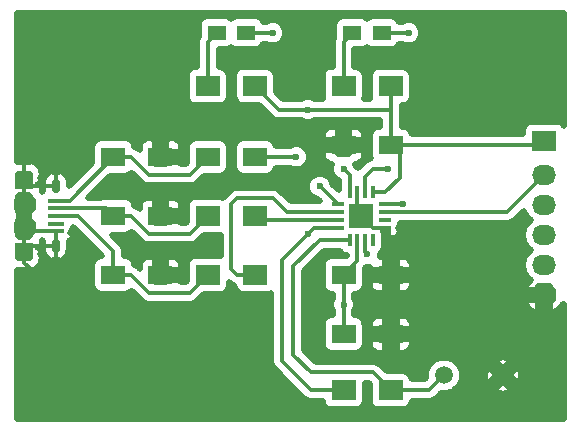
<source format=gbr>
G04 #@! TF.FileFunction,Copper,L1,Top,Signal*
%FSLAX46Y46*%
G04 Gerber Fmt 4.6, Leading zero omitted, Abs format (unit mm)*
G04 Created by KiCad (PCBNEW 4.0.6) date 03/10/17 18:33:18*
%MOMM*%
%LPD*%
G01*
G04 APERTURE LIST*
%ADD10C,0.150000*%
%ADD11R,2.000000X1.600000*%
%ADD12R,1.500000X1.250000*%
%ADD13R,1.550000X1.500000*%
%ADD14R,1.350000X0.400000*%
%ADD15O,1.550000X0.750000*%
%ADD16O,0.750000X1.250000*%
%ADD17R,1.550000X1.200000*%
%ADD18R,2.032000X1.727200*%
%ADD19O,2.032000X1.727200*%
%ADD20R,2.000000X1.700000*%
%ADD21C,1.500000*%
%ADD22R,0.300000X1.120000*%
%ADD23R,1.120000X0.300000*%
%ADD24R,2.150000X2.150000*%
%ADD25C,0.600000*%
%ADD26C,0.300000*%
%ADD27C,0.508000*%
G04 APERTURE END LIST*
D10*
D11*
X146750000Y-74250000D03*
X150750000Y-74250000D03*
X146750000Y-79250000D03*
X150750000Y-79250000D03*
X146750000Y-84250000D03*
X150750000Y-84250000D03*
X166250000Y-84250000D03*
X170250000Y-84250000D03*
X166250000Y-89250000D03*
X170250000Y-89250000D03*
X170250000Y-73250000D03*
X166250000Y-73250000D03*
D12*
X158000000Y-63750000D03*
X155500000Y-63750000D03*
X169500000Y-63750000D03*
X167000000Y-63750000D03*
D13*
X139200000Y-78250000D03*
X139200000Y-80250000D03*
D14*
X141900000Y-77950000D03*
X141900000Y-78600000D03*
X141900000Y-79250000D03*
X141900000Y-79900000D03*
X141900000Y-80550000D03*
D15*
X139200000Y-75750000D03*
X139200000Y-82750000D03*
D16*
X141900000Y-76750000D03*
X141900000Y-81750000D03*
D17*
X139200000Y-76350000D03*
X139200000Y-82150000D03*
D11*
X158750000Y-74250000D03*
X154750000Y-74250000D03*
D18*
X183250000Y-72900000D03*
D19*
X183250000Y-75790000D03*
X183250000Y-78330000D03*
X183250000Y-80870000D03*
X183250000Y-83410000D03*
X183250000Y-85950000D03*
D20*
X154750000Y-79250000D03*
X158750000Y-79250000D03*
X158750000Y-84250000D03*
X154750000Y-84250000D03*
X166250000Y-94000000D03*
X170250000Y-94000000D03*
X166250000Y-68250000D03*
X170250000Y-68250000D03*
X158750000Y-68250000D03*
X154750000Y-68250000D03*
D21*
X174750000Y-92750000D03*
X179750000Y-92750000D03*
D22*
X168725000Y-77240000D03*
X168075000Y-77240000D03*
X167425000Y-77240000D03*
X166775000Y-77240000D03*
D23*
X165740000Y-78275000D03*
X165740000Y-78925000D03*
X165740000Y-79575000D03*
X165740000Y-80225000D03*
D22*
X166775000Y-81260000D03*
X167425000Y-81260000D03*
X168075000Y-81260000D03*
X168725000Y-81260000D03*
D23*
X169760000Y-80225000D03*
X169760000Y-79575000D03*
X169760000Y-78925000D03*
X169760000Y-78275000D03*
D24*
X167750000Y-79250000D03*
D25*
X140000000Y-74000000D03*
X142000000Y-74000000D03*
X140000000Y-84000000D03*
X142000000Y-84000000D03*
X152750000Y-74250000D03*
X152750000Y-79250000D03*
X152750000Y-84250000D03*
X168250000Y-84250000D03*
X168250000Y-73250000D03*
X167750000Y-79250000D03*
X166250000Y-86750000D03*
X162250000Y-74250000D03*
X163250000Y-80750000D03*
X163250000Y-70250000D03*
X164250000Y-76750000D03*
X160250000Y-63750000D03*
X168250000Y-82500000D03*
X171750000Y-63750000D03*
X170000000Y-75250000D03*
X171250000Y-78250000D03*
X166250000Y-75250000D03*
D26*
X146750000Y-74250000D02*
X148250000Y-74250000D01*
X153250000Y-75750000D02*
X154750000Y-74250000D01*
X149750000Y-75750000D02*
X153250000Y-75750000D01*
X148250000Y-74250000D02*
X149750000Y-75750000D01*
X141900000Y-77950000D02*
X143050000Y-77950000D01*
X143050000Y-77950000D02*
X146750000Y-74250000D01*
X141900000Y-81750000D02*
X139600000Y-81750000D01*
X139600000Y-81750000D02*
X139200000Y-82150000D01*
X139200000Y-75750000D02*
X139200000Y-74800000D01*
X139200000Y-74800000D02*
X140000000Y-74000000D01*
X141900000Y-76750000D02*
X141900000Y-74100000D01*
X141900000Y-74100000D02*
X142000000Y-74000000D01*
X139200000Y-82750000D02*
X139200000Y-83200000D01*
X139200000Y-83200000D02*
X140000000Y-84000000D01*
X141900000Y-81750000D02*
X141900000Y-83900000D01*
X141900000Y-83900000D02*
X142000000Y-84000000D01*
X141900000Y-76750000D02*
X139600000Y-76750000D01*
X139600000Y-76750000D02*
X139200000Y-76350000D01*
X141900000Y-80550000D02*
X139500000Y-80550000D01*
X139500000Y-80550000D02*
X139200000Y-80250000D01*
X139200000Y-82150000D02*
X139200000Y-82750000D01*
X139200000Y-82150000D02*
X139200000Y-80250000D01*
X139200000Y-80250000D02*
X139200000Y-78250000D01*
X139200000Y-78250000D02*
X139200000Y-76350000D01*
X139200000Y-76350000D02*
X139200000Y-75750000D01*
X141900000Y-80550000D02*
X141900000Y-81750000D01*
X150750000Y-74250000D02*
X152750000Y-74250000D01*
X150750000Y-79250000D02*
X152750000Y-79250000D01*
X150750000Y-84250000D02*
X152750000Y-84250000D01*
X170250000Y-84250000D02*
X168250000Y-84250000D01*
X166250000Y-73250000D02*
X168250000Y-73250000D01*
X169760000Y-80225000D02*
X168725000Y-80225000D01*
X168725000Y-80225000D02*
X167750000Y-79250000D01*
X167425000Y-77240000D02*
X167425000Y-78925000D01*
X167425000Y-78925000D02*
X167750000Y-79250000D01*
X146750000Y-79250000D02*
X148250000Y-79250000D01*
X153250000Y-80750000D02*
X154750000Y-79250000D01*
X149750000Y-80750000D02*
X153250000Y-80750000D01*
X148250000Y-79250000D02*
X149750000Y-80750000D01*
X141900000Y-78600000D02*
X146100000Y-78600000D01*
X146100000Y-78600000D02*
X146750000Y-79250000D01*
X146750000Y-84250000D02*
X148250000Y-84250000D01*
X153250000Y-85750000D02*
X154750000Y-84250000D01*
X149750000Y-85750000D02*
X153250000Y-85750000D01*
X148250000Y-84250000D02*
X149750000Y-85750000D01*
X141900000Y-79250000D02*
X143750000Y-79250000D01*
X146750000Y-82250000D02*
X146750000Y-84250000D01*
X143750000Y-79250000D02*
X146750000Y-82250000D01*
X158750000Y-74250000D02*
X162250000Y-74250000D01*
X167425000Y-81260000D02*
X167425000Y-83075000D01*
X167425000Y-83075000D02*
X166250000Y-84250000D01*
X166250000Y-89250000D02*
X166250000Y-86750000D01*
X166250000Y-86750000D02*
X166250000Y-84250000D01*
X168725000Y-77240000D02*
X169760000Y-77240000D01*
X171000000Y-76000000D02*
X171000000Y-74000000D01*
X169760000Y-77240000D02*
X171000000Y-76000000D01*
X171000000Y-74000000D02*
X170250000Y-73250000D01*
X163500000Y-80500000D02*
X161000000Y-83000000D01*
X163500000Y-94000000D02*
X166250000Y-94000000D01*
X161000000Y-91500000D02*
X163500000Y-94000000D01*
X161000000Y-83000000D02*
X161000000Y-91500000D01*
X165740000Y-80225000D02*
X163775000Y-80225000D01*
X163775000Y-80225000D02*
X163500000Y-80500000D01*
X163500000Y-80500000D02*
X163250000Y-80750000D01*
X170250000Y-73250000D02*
X182900000Y-73250000D01*
X182900000Y-73250000D02*
X183250000Y-72900000D01*
X170250000Y-70250000D02*
X163250000Y-70250000D01*
X163250000Y-70250000D02*
X160750000Y-70250000D01*
X160750000Y-70250000D02*
X158750000Y-68250000D01*
X170250000Y-73250000D02*
X170250000Y-70250000D01*
X170250000Y-70250000D02*
X170250000Y-68250000D01*
X158000000Y-63750000D02*
X160250000Y-63750000D01*
X164250000Y-76750000D02*
X165740000Y-78240000D01*
X165740000Y-78240000D02*
X165740000Y-78275000D01*
X154750000Y-68250000D02*
X154750000Y-64500000D01*
X154750000Y-64500000D02*
X155500000Y-63750000D01*
X169500000Y-63750000D02*
X171750000Y-63750000D01*
X168075000Y-82325000D02*
X168075000Y-81260000D01*
X168250000Y-82500000D02*
X168075000Y-82325000D01*
X166250000Y-68250000D02*
X166250000Y-64500000D01*
X166250000Y-64500000D02*
X167000000Y-63750000D01*
X169760000Y-78925000D02*
X180115000Y-78925000D01*
X180115000Y-78925000D02*
X183250000Y-75790000D01*
X168075000Y-77240000D02*
X168075000Y-75925000D01*
X168750000Y-75250000D02*
X170000000Y-75250000D01*
X168075000Y-75925000D02*
X168750000Y-75250000D01*
X169760000Y-78275000D02*
X171225000Y-78275000D01*
X171225000Y-78275000D02*
X171250000Y-78250000D01*
X166775000Y-77240000D02*
X166775000Y-75775000D01*
X166775000Y-75775000D02*
X166250000Y-75250000D01*
X165740000Y-79575000D02*
X159075000Y-79575000D01*
X159075000Y-79575000D02*
X158750000Y-79250000D01*
X165740000Y-78925000D02*
X161425000Y-78925000D01*
X157250000Y-84250000D02*
X156750000Y-83750000D01*
X156750000Y-83750000D02*
X156750000Y-78250000D01*
X156750000Y-78250000D02*
X157250000Y-77750000D01*
X157250000Y-77750000D02*
X160250000Y-77750000D01*
X157250000Y-84250000D02*
X158750000Y-84250000D01*
X161425000Y-78925000D02*
X160250000Y-77750000D01*
X166775000Y-81260000D02*
X164240000Y-81260000D01*
X168750000Y-92500000D02*
X170250000Y-94000000D01*
X163500000Y-92500000D02*
X168750000Y-92500000D01*
X162000000Y-91000000D02*
X163500000Y-92500000D01*
X162000000Y-83500000D02*
X162000000Y-91000000D01*
X164240000Y-81260000D02*
X162000000Y-83500000D01*
X170250000Y-94000000D02*
X173500000Y-94000000D01*
X173500000Y-94000000D02*
X174750000Y-92750000D01*
D27*
G36*
X181560908Y-78952090D02*
X181913294Y-79479473D01*
X182093675Y-79600000D01*
X181913294Y-79720527D01*
X181560908Y-80247910D01*
X181437167Y-80870000D01*
X181560908Y-81492090D01*
X181913294Y-82019473D01*
X182093675Y-82140000D01*
X181913294Y-82260527D01*
X181560908Y-82787910D01*
X181437167Y-83410000D01*
X181560908Y-84032090D01*
X181913294Y-84559473D01*
X182124424Y-84700545D01*
X181974559Y-84797940D01*
X181617240Y-85278352D01*
X181729002Y-85518200D01*
X182742000Y-85518200D01*
X182742000Y-85184000D01*
X183758000Y-85184000D01*
X183758000Y-85518200D01*
X184016000Y-85518200D01*
X184016000Y-86381800D01*
X183758000Y-86381800D01*
X183758000Y-87328580D01*
X183999080Y-87444134D01*
X184525441Y-87102060D01*
X184827457Y-86696002D01*
X184913000Y-86696002D01*
X184913000Y-96413000D01*
X138587000Y-96413000D01*
X138587000Y-83860250D01*
X138634147Y-83877058D01*
X138699177Y-83812000D01*
X139700823Y-83812000D01*
X139765853Y-83877058D01*
X140184535Y-83727797D01*
X140514227Y-83429675D01*
X140678295Y-83110622D01*
X140659405Y-83088901D01*
X140737000Y-82901571D01*
X140737000Y-82640500D01*
X140588795Y-82492295D01*
X140678295Y-82389378D01*
X140514227Y-82070325D01*
X140270570Y-81850000D01*
X140546500Y-81850000D01*
X140737000Y-81659500D01*
X140737000Y-81398429D01*
X140695423Y-81298053D01*
X140793362Y-81395992D01*
X140838000Y-81414482D01*
X140838000Y-82175000D01*
X140841001Y-82190088D01*
X140795284Y-82238249D01*
X140897537Y-82474313D01*
X140897907Y-82476172D01*
X140899145Y-82478024D01*
X140970549Y-82642870D01*
X141287315Y-82949620D01*
X141539378Y-83078295D01*
X141673106Y-82962000D01*
X142126894Y-82962000D01*
X142260622Y-83078295D01*
X142512685Y-82949620D01*
X142829451Y-82642870D01*
X142900855Y-82478024D01*
X142902093Y-82476172D01*
X142902463Y-82474313D01*
X143004716Y-82238249D01*
X142958999Y-82190088D01*
X142962000Y-82175000D01*
X142962000Y-81414482D01*
X143006638Y-81395992D01*
X143220992Y-81181638D01*
X143337000Y-80901571D01*
X143337000Y-80840500D01*
X143146500Y-80650000D01*
X143121449Y-80650000D01*
X143290717Y-80402269D01*
X143315217Y-80281283D01*
X143337000Y-80259500D01*
X143337000Y-80198429D01*
X143333639Y-80190315D01*
X143339373Y-80162000D01*
X143372238Y-80162000D01*
X145838000Y-82627763D01*
X145838000Y-82673072D01*
X145750000Y-82673072D01*
X145467620Y-82726205D01*
X145208271Y-82893092D01*
X145034283Y-83147731D01*
X144973072Y-83450000D01*
X144973072Y-85050000D01*
X145026205Y-85332380D01*
X145193092Y-85591729D01*
X145447731Y-85765717D01*
X145750000Y-85826928D01*
X147750000Y-85826928D01*
X148032380Y-85773795D01*
X148291729Y-85606908D01*
X148302046Y-85591809D01*
X149105118Y-86394881D01*
X149400992Y-86592578D01*
X149458896Y-86604096D01*
X149750000Y-86662000D01*
X153250000Y-86662000D01*
X153599007Y-86592578D01*
X153894881Y-86394881D01*
X154412834Y-85876928D01*
X155750000Y-85876928D01*
X156032380Y-85823795D01*
X156291729Y-85656908D01*
X156465717Y-85402269D01*
X156526928Y-85100000D01*
X156526928Y-84816691D01*
X156605119Y-84894882D01*
X156900993Y-85092578D01*
X156974424Y-85107184D01*
X157026205Y-85382380D01*
X157193092Y-85641729D01*
X157447731Y-85815717D01*
X157750000Y-85876928D01*
X159750000Y-85876928D01*
X160032380Y-85823795D01*
X160088000Y-85788004D01*
X160088000Y-91500000D01*
X160155233Y-91838001D01*
X160157422Y-91849007D01*
X160355119Y-92144881D01*
X162855119Y-94644881D01*
X163150993Y-94842578D01*
X163500000Y-94912000D01*
X164484738Y-94912000D01*
X164526205Y-95132380D01*
X164693092Y-95391729D01*
X164947731Y-95565717D01*
X165250000Y-95626928D01*
X167250000Y-95626928D01*
X167532380Y-95573795D01*
X167791729Y-95406908D01*
X167965717Y-95152269D01*
X168026928Y-94850000D01*
X168026928Y-93412000D01*
X168372238Y-93412000D01*
X168473072Y-93512834D01*
X168473072Y-94850000D01*
X168526205Y-95132380D01*
X168693092Y-95391729D01*
X168947731Y-95565717D01*
X169250000Y-95626928D01*
X171250000Y-95626928D01*
X171532380Y-95573795D01*
X171791729Y-95406908D01*
X171965717Y-95152269D01*
X172014373Y-94912000D01*
X173500000Y-94912000D01*
X173849007Y-94842578D01*
X174144881Y-94644881D01*
X174527955Y-94261807D01*
X175049436Y-94262262D01*
X175605360Y-94032559D01*
X175705076Y-93933017D01*
X179097313Y-93933017D01*
X179174456Y-94180156D01*
X179765564Y-94291543D01*
X180325544Y-94180156D01*
X180402687Y-93933017D01*
X179750000Y-93280330D01*
X179097313Y-93933017D01*
X175705076Y-93933017D01*
X176031064Y-93607598D01*
X176261737Y-93052075D01*
X176261987Y-92765564D01*
X178208457Y-92765564D01*
X178319844Y-93325544D01*
X178566983Y-93402687D01*
X179219670Y-92750000D01*
X180280330Y-92750000D01*
X180933017Y-93402687D01*
X181180156Y-93325544D01*
X181291543Y-92734436D01*
X181180156Y-92174456D01*
X180933017Y-92097313D01*
X180280330Y-92750000D01*
X179219670Y-92750000D01*
X178566983Y-92097313D01*
X178319844Y-92174456D01*
X178208457Y-92765564D01*
X176261987Y-92765564D01*
X176262262Y-92450564D01*
X176032559Y-91894640D01*
X175705474Y-91566983D01*
X179097313Y-91566983D01*
X179750000Y-92219670D01*
X180402687Y-91566983D01*
X180325544Y-91319844D01*
X179734436Y-91208457D01*
X179174456Y-91319844D01*
X179097313Y-91566983D01*
X175705474Y-91566983D01*
X175607598Y-91468936D01*
X175052075Y-91238263D01*
X174450564Y-91237738D01*
X173894640Y-91467441D01*
X173468936Y-91892402D01*
X173238263Y-92447925D01*
X173237805Y-92972433D01*
X173122238Y-93088000D01*
X172015262Y-93088000D01*
X171973795Y-92867620D01*
X171806908Y-92608271D01*
X171552269Y-92434283D01*
X171250000Y-92373072D01*
X169912834Y-92373072D01*
X169394881Y-91855119D01*
X169099007Y-91657422D01*
X168750000Y-91588000D01*
X163877763Y-91588000D01*
X162912000Y-90622238D01*
X162912000Y-83877762D01*
X164617763Y-82172000D01*
X165946004Y-82172000D01*
X166068092Y-82361729D01*
X166322731Y-82535717D01*
X166513000Y-82574247D01*
X166513000Y-82673072D01*
X165250000Y-82673072D01*
X164967620Y-82726205D01*
X164708271Y-82893092D01*
X164534283Y-83147731D01*
X164473072Y-83450000D01*
X164473072Y-85050000D01*
X164526205Y-85332380D01*
X164693092Y-85591729D01*
X164947731Y-85765717D01*
X165250000Y-85826928D01*
X165338000Y-85826928D01*
X165338000Y-86177033D01*
X165188185Y-86537828D01*
X165187816Y-86960318D01*
X165338000Y-87323792D01*
X165338000Y-87673072D01*
X165250000Y-87673072D01*
X164967620Y-87726205D01*
X164708271Y-87893092D01*
X164534283Y-88147731D01*
X164473072Y-88450000D01*
X164473072Y-90050000D01*
X164526205Y-90332380D01*
X164693092Y-90591729D01*
X164947731Y-90765717D01*
X165250000Y-90826928D01*
X167250000Y-90826928D01*
X167532380Y-90773795D01*
X167791729Y-90606908D01*
X167965717Y-90352269D01*
X168026928Y-90050000D01*
X168026928Y-89840500D01*
X168488000Y-89840500D01*
X168488000Y-90201571D01*
X168604008Y-90481638D01*
X168818362Y-90695992D01*
X169098429Y-90812000D01*
X169559500Y-90812000D01*
X169750000Y-90621500D01*
X169750000Y-89650000D01*
X170750000Y-89650000D01*
X170750000Y-90621500D01*
X170940500Y-90812000D01*
X171401571Y-90812000D01*
X171681638Y-90695992D01*
X171895992Y-90481638D01*
X172012000Y-90201571D01*
X172012000Y-89840500D01*
X171821500Y-89650000D01*
X170750000Y-89650000D01*
X169750000Y-89650000D01*
X168678500Y-89650000D01*
X168488000Y-89840500D01*
X168026928Y-89840500D01*
X168026928Y-88450000D01*
X167998409Y-88298429D01*
X168488000Y-88298429D01*
X168488000Y-88659500D01*
X168678500Y-88850000D01*
X169750000Y-88850000D01*
X169750000Y-87878500D01*
X170750000Y-87878500D01*
X170750000Y-88850000D01*
X171821500Y-88850000D01*
X172012000Y-88659500D01*
X172012000Y-88298429D01*
X171895992Y-88018362D01*
X171681638Y-87804008D01*
X171401571Y-87688000D01*
X170940500Y-87688000D01*
X170750000Y-87878500D01*
X169750000Y-87878500D01*
X169559500Y-87688000D01*
X169098429Y-87688000D01*
X168818362Y-87804008D01*
X168604008Y-88018362D01*
X168488000Y-88298429D01*
X167998409Y-88298429D01*
X167973795Y-88167620D01*
X167806908Y-87908271D01*
X167552269Y-87734283D01*
X167250000Y-87673072D01*
X167162000Y-87673072D01*
X167162000Y-87322967D01*
X167311815Y-86962172D01*
X167312112Y-86621648D01*
X181617240Y-86621648D01*
X181974559Y-87102060D01*
X182500920Y-87444134D01*
X182742000Y-87328580D01*
X182742000Y-86381800D01*
X181729002Y-86381800D01*
X181617240Y-86621648D01*
X167312112Y-86621648D01*
X167312184Y-86539682D01*
X167162000Y-86176208D01*
X167162000Y-85826928D01*
X167250000Y-85826928D01*
X167532380Y-85773795D01*
X167791729Y-85606908D01*
X167965717Y-85352269D01*
X168026928Y-85050000D01*
X168026928Y-84840500D01*
X168488000Y-84840500D01*
X168488000Y-85201571D01*
X168604008Y-85481638D01*
X168818362Y-85695992D01*
X169098429Y-85812000D01*
X169559500Y-85812000D01*
X169750000Y-85621500D01*
X169750000Y-84650000D01*
X170750000Y-84650000D01*
X170750000Y-85621500D01*
X170940500Y-85812000D01*
X171401571Y-85812000D01*
X171681638Y-85695992D01*
X171895992Y-85481638D01*
X172012000Y-85201571D01*
X172012000Y-84840500D01*
X171821500Y-84650000D01*
X170750000Y-84650000D01*
X169750000Y-84650000D01*
X168678500Y-84650000D01*
X168488000Y-84840500D01*
X168026928Y-84840500D01*
X168026928Y-83762834D01*
X168069881Y-83719881D01*
X168175417Y-83561935D01*
X168460318Y-83562184D01*
X168488000Y-83550746D01*
X168488000Y-83659500D01*
X168678500Y-83850000D01*
X169750000Y-83850000D01*
X169750000Y-82878500D01*
X170750000Y-82878500D01*
X170750000Y-83850000D01*
X171821500Y-83850000D01*
X172012000Y-83659500D01*
X172012000Y-83298429D01*
X171895992Y-83018362D01*
X171681638Y-82804008D01*
X171401571Y-82688000D01*
X170940500Y-82688000D01*
X170750000Y-82878500D01*
X169750000Y-82878500D01*
X169559500Y-82688000D01*
X169311836Y-82688000D01*
X169312049Y-82444268D01*
X169416729Y-82376908D01*
X169590717Y-82122269D01*
X169651928Y-81820000D01*
X169651928Y-80700000D01*
X169614659Y-80501928D01*
X170040000Y-80501928D01*
X170040000Y-80946500D01*
X170230500Y-81137000D01*
X170471571Y-81137000D01*
X170751638Y-81020992D01*
X170965992Y-80806638D01*
X171082000Y-80526571D01*
X171082000Y-80490500D01*
X170891500Y-80300000D01*
X170833613Y-80300000D01*
X170861729Y-80281908D01*
X171035717Y-80027269D01*
X171041173Y-80000327D01*
X171082000Y-79959500D01*
X171082000Y-79923429D01*
X171065038Y-79882479D01*
X171074247Y-79837000D01*
X180115000Y-79837000D01*
X180464007Y-79767578D01*
X180759881Y-79569881D01*
X181530507Y-78799255D01*
X181560908Y-78952090D01*
X181560908Y-78952090D01*
G37*
X181560908Y-78952090D02*
X181913294Y-79479473D01*
X182093675Y-79600000D01*
X181913294Y-79720527D01*
X181560908Y-80247910D01*
X181437167Y-80870000D01*
X181560908Y-81492090D01*
X181913294Y-82019473D01*
X182093675Y-82140000D01*
X181913294Y-82260527D01*
X181560908Y-82787910D01*
X181437167Y-83410000D01*
X181560908Y-84032090D01*
X181913294Y-84559473D01*
X182124424Y-84700545D01*
X181974559Y-84797940D01*
X181617240Y-85278352D01*
X181729002Y-85518200D01*
X182742000Y-85518200D01*
X182742000Y-85184000D01*
X183758000Y-85184000D01*
X183758000Y-85518200D01*
X184016000Y-85518200D01*
X184016000Y-86381800D01*
X183758000Y-86381800D01*
X183758000Y-87328580D01*
X183999080Y-87444134D01*
X184525441Y-87102060D01*
X184827457Y-86696002D01*
X184913000Y-86696002D01*
X184913000Y-96413000D01*
X138587000Y-96413000D01*
X138587000Y-83860250D01*
X138634147Y-83877058D01*
X138699177Y-83812000D01*
X139700823Y-83812000D01*
X139765853Y-83877058D01*
X140184535Y-83727797D01*
X140514227Y-83429675D01*
X140678295Y-83110622D01*
X140659405Y-83088901D01*
X140737000Y-82901571D01*
X140737000Y-82640500D01*
X140588795Y-82492295D01*
X140678295Y-82389378D01*
X140514227Y-82070325D01*
X140270570Y-81850000D01*
X140546500Y-81850000D01*
X140737000Y-81659500D01*
X140737000Y-81398429D01*
X140695423Y-81298053D01*
X140793362Y-81395992D01*
X140838000Y-81414482D01*
X140838000Y-82175000D01*
X140841001Y-82190088D01*
X140795284Y-82238249D01*
X140897537Y-82474313D01*
X140897907Y-82476172D01*
X140899145Y-82478024D01*
X140970549Y-82642870D01*
X141287315Y-82949620D01*
X141539378Y-83078295D01*
X141673106Y-82962000D01*
X142126894Y-82962000D01*
X142260622Y-83078295D01*
X142512685Y-82949620D01*
X142829451Y-82642870D01*
X142900855Y-82478024D01*
X142902093Y-82476172D01*
X142902463Y-82474313D01*
X143004716Y-82238249D01*
X142958999Y-82190088D01*
X142962000Y-82175000D01*
X142962000Y-81414482D01*
X143006638Y-81395992D01*
X143220992Y-81181638D01*
X143337000Y-80901571D01*
X143337000Y-80840500D01*
X143146500Y-80650000D01*
X143121449Y-80650000D01*
X143290717Y-80402269D01*
X143315217Y-80281283D01*
X143337000Y-80259500D01*
X143337000Y-80198429D01*
X143333639Y-80190315D01*
X143339373Y-80162000D01*
X143372238Y-80162000D01*
X145838000Y-82627763D01*
X145838000Y-82673072D01*
X145750000Y-82673072D01*
X145467620Y-82726205D01*
X145208271Y-82893092D01*
X145034283Y-83147731D01*
X144973072Y-83450000D01*
X144973072Y-85050000D01*
X145026205Y-85332380D01*
X145193092Y-85591729D01*
X145447731Y-85765717D01*
X145750000Y-85826928D01*
X147750000Y-85826928D01*
X148032380Y-85773795D01*
X148291729Y-85606908D01*
X148302046Y-85591809D01*
X149105118Y-86394881D01*
X149400992Y-86592578D01*
X149458896Y-86604096D01*
X149750000Y-86662000D01*
X153250000Y-86662000D01*
X153599007Y-86592578D01*
X153894881Y-86394881D01*
X154412834Y-85876928D01*
X155750000Y-85876928D01*
X156032380Y-85823795D01*
X156291729Y-85656908D01*
X156465717Y-85402269D01*
X156526928Y-85100000D01*
X156526928Y-84816691D01*
X156605119Y-84894882D01*
X156900993Y-85092578D01*
X156974424Y-85107184D01*
X157026205Y-85382380D01*
X157193092Y-85641729D01*
X157447731Y-85815717D01*
X157750000Y-85876928D01*
X159750000Y-85876928D01*
X160032380Y-85823795D01*
X160088000Y-85788004D01*
X160088000Y-91500000D01*
X160155233Y-91838001D01*
X160157422Y-91849007D01*
X160355119Y-92144881D01*
X162855119Y-94644881D01*
X163150993Y-94842578D01*
X163500000Y-94912000D01*
X164484738Y-94912000D01*
X164526205Y-95132380D01*
X164693092Y-95391729D01*
X164947731Y-95565717D01*
X165250000Y-95626928D01*
X167250000Y-95626928D01*
X167532380Y-95573795D01*
X167791729Y-95406908D01*
X167965717Y-95152269D01*
X168026928Y-94850000D01*
X168026928Y-93412000D01*
X168372238Y-93412000D01*
X168473072Y-93512834D01*
X168473072Y-94850000D01*
X168526205Y-95132380D01*
X168693092Y-95391729D01*
X168947731Y-95565717D01*
X169250000Y-95626928D01*
X171250000Y-95626928D01*
X171532380Y-95573795D01*
X171791729Y-95406908D01*
X171965717Y-95152269D01*
X172014373Y-94912000D01*
X173500000Y-94912000D01*
X173849007Y-94842578D01*
X174144881Y-94644881D01*
X174527955Y-94261807D01*
X175049436Y-94262262D01*
X175605360Y-94032559D01*
X175705076Y-93933017D01*
X179097313Y-93933017D01*
X179174456Y-94180156D01*
X179765564Y-94291543D01*
X180325544Y-94180156D01*
X180402687Y-93933017D01*
X179750000Y-93280330D01*
X179097313Y-93933017D01*
X175705076Y-93933017D01*
X176031064Y-93607598D01*
X176261737Y-93052075D01*
X176261987Y-92765564D01*
X178208457Y-92765564D01*
X178319844Y-93325544D01*
X178566983Y-93402687D01*
X179219670Y-92750000D01*
X180280330Y-92750000D01*
X180933017Y-93402687D01*
X181180156Y-93325544D01*
X181291543Y-92734436D01*
X181180156Y-92174456D01*
X180933017Y-92097313D01*
X180280330Y-92750000D01*
X179219670Y-92750000D01*
X178566983Y-92097313D01*
X178319844Y-92174456D01*
X178208457Y-92765564D01*
X176261987Y-92765564D01*
X176262262Y-92450564D01*
X176032559Y-91894640D01*
X175705474Y-91566983D01*
X179097313Y-91566983D01*
X179750000Y-92219670D01*
X180402687Y-91566983D01*
X180325544Y-91319844D01*
X179734436Y-91208457D01*
X179174456Y-91319844D01*
X179097313Y-91566983D01*
X175705474Y-91566983D01*
X175607598Y-91468936D01*
X175052075Y-91238263D01*
X174450564Y-91237738D01*
X173894640Y-91467441D01*
X173468936Y-91892402D01*
X173238263Y-92447925D01*
X173237805Y-92972433D01*
X173122238Y-93088000D01*
X172015262Y-93088000D01*
X171973795Y-92867620D01*
X171806908Y-92608271D01*
X171552269Y-92434283D01*
X171250000Y-92373072D01*
X169912834Y-92373072D01*
X169394881Y-91855119D01*
X169099007Y-91657422D01*
X168750000Y-91588000D01*
X163877763Y-91588000D01*
X162912000Y-90622238D01*
X162912000Y-83877762D01*
X164617763Y-82172000D01*
X165946004Y-82172000D01*
X166068092Y-82361729D01*
X166322731Y-82535717D01*
X166513000Y-82574247D01*
X166513000Y-82673072D01*
X165250000Y-82673072D01*
X164967620Y-82726205D01*
X164708271Y-82893092D01*
X164534283Y-83147731D01*
X164473072Y-83450000D01*
X164473072Y-85050000D01*
X164526205Y-85332380D01*
X164693092Y-85591729D01*
X164947731Y-85765717D01*
X165250000Y-85826928D01*
X165338000Y-85826928D01*
X165338000Y-86177033D01*
X165188185Y-86537828D01*
X165187816Y-86960318D01*
X165338000Y-87323792D01*
X165338000Y-87673072D01*
X165250000Y-87673072D01*
X164967620Y-87726205D01*
X164708271Y-87893092D01*
X164534283Y-88147731D01*
X164473072Y-88450000D01*
X164473072Y-90050000D01*
X164526205Y-90332380D01*
X164693092Y-90591729D01*
X164947731Y-90765717D01*
X165250000Y-90826928D01*
X167250000Y-90826928D01*
X167532380Y-90773795D01*
X167791729Y-90606908D01*
X167965717Y-90352269D01*
X168026928Y-90050000D01*
X168026928Y-89840500D01*
X168488000Y-89840500D01*
X168488000Y-90201571D01*
X168604008Y-90481638D01*
X168818362Y-90695992D01*
X169098429Y-90812000D01*
X169559500Y-90812000D01*
X169750000Y-90621500D01*
X169750000Y-89650000D01*
X170750000Y-89650000D01*
X170750000Y-90621500D01*
X170940500Y-90812000D01*
X171401571Y-90812000D01*
X171681638Y-90695992D01*
X171895992Y-90481638D01*
X172012000Y-90201571D01*
X172012000Y-89840500D01*
X171821500Y-89650000D01*
X170750000Y-89650000D01*
X169750000Y-89650000D01*
X168678500Y-89650000D01*
X168488000Y-89840500D01*
X168026928Y-89840500D01*
X168026928Y-88450000D01*
X167998409Y-88298429D01*
X168488000Y-88298429D01*
X168488000Y-88659500D01*
X168678500Y-88850000D01*
X169750000Y-88850000D01*
X169750000Y-87878500D01*
X170750000Y-87878500D01*
X170750000Y-88850000D01*
X171821500Y-88850000D01*
X172012000Y-88659500D01*
X172012000Y-88298429D01*
X171895992Y-88018362D01*
X171681638Y-87804008D01*
X171401571Y-87688000D01*
X170940500Y-87688000D01*
X170750000Y-87878500D01*
X169750000Y-87878500D01*
X169559500Y-87688000D01*
X169098429Y-87688000D01*
X168818362Y-87804008D01*
X168604008Y-88018362D01*
X168488000Y-88298429D01*
X167998409Y-88298429D01*
X167973795Y-88167620D01*
X167806908Y-87908271D01*
X167552269Y-87734283D01*
X167250000Y-87673072D01*
X167162000Y-87673072D01*
X167162000Y-87322967D01*
X167311815Y-86962172D01*
X167312112Y-86621648D01*
X181617240Y-86621648D01*
X181974559Y-87102060D01*
X182500920Y-87444134D01*
X182742000Y-87328580D01*
X182742000Y-86381800D01*
X181729002Y-86381800D01*
X181617240Y-86621648D01*
X167312112Y-86621648D01*
X167312184Y-86539682D01*
X167162000Y-86176208D01*
X167162000Y-85826928D01*
X167250000Y-85826928D01*
X167532380Y-85773795D01*
X167791729Y-85606908D01*
X167965717Y-85352269D01*
X168026928Y-85050000D01*
X168026928Y-84840500D01*
X168488000Y-84840500D01*
X168488000Y-85201571D01*
X168604008Y-85481638D01*
X168818362Y-85695992D01*
X169098429Y-85812000D01*
X169559500Y-85812000D01*
X169750000Y-85621500D01*
X169750000Y-84650000D01*
X170750000Y-84650000D01*
X170750000Y-85621500D01*
X170940500Y-85812000D01*
X171401571Y-85812000D01*
X171681638Y-85695992D01*
X171895992Y-85481638D01*
X172012000Y-85201571D01*
X172012000Y-84840500D01*
X171821500Y-84650000D01*
X170750000Y-84650000D01*
X169750000Y-84650000D01*
X168678500Y-84650000D01*
X168488000Y-84840500D01*
X168026928Y-84840500D01*
X168026928Y-83762834D01*
X168069881Y-83719881D01*
X168175417Y-83561935D01*
X168460318Y-83562184D01*
X168488000Y-83550746D01*
X168488000Y-83659500D01*
X168678500Y-83850000D01*
X169750000Y-83850000D01*
X169750000Y-82878500D01*
X170750000Y-82878500D01*
X170750000Y-83850000D01*
X171821500Y-83850000D01*
X172012000Y-83659500D01*
X172012000Y-83298429D01*
X171895992Y-83018362D01*
X171681638Y-82804008D01*
X171401571Y-82688000D01*
X170940500Y-82688000D01*
X170750000Y-82878500D01*
X169750000Y-82878500D01*
X169559500Y-82688000D01*
X169311836Y-82688000D01*
X169312049Y-82444268D01*
X169416729Y-82376908D01*
X169590717Y-82122269D01*
X169651928Y-81820000D01*
X169651928Y-80700000D01*
X169614659Y-80501928D01*
X170040000Y-80501928D01*
X170040000Y-80946500D01*
X170230500Y-81137000D01*
X170471571Y-81137000D01*
X170751638Y-81020992D01*
X170965992Y-80806638D01*
X171082000Y-80526571D01*
X171082000Y-80490500D01*
X170891500Y-80300000D01*
X170833613Y-80300000D01*
X170861729Y-80281908D01*
X171035717Y-80027269D01*
X171041173Y-80000327D01*
X171082000Y-79959500D01*
X171082000Y-79923429D01*
X171065038Y-79882479D01*
X171074247Y-79837000D01*
X180115000Y-79837000D01*
X180464007Y-79767578D01*
X180759881Y-79569881D01*
X181530507Y-78799255D01*
X181560908Y-78952090D01*
G36*
X149105118Y-81394881D02*
X149400992Y-81592578D01*
X149439336Y-81600205D01*
X149750000Y-81662000D01*
X153250000Y-81662000D01*
X153599007Y-81592578D01*
X153894881Y-81394881D01*
X154412834Y-80876928D01*
X155750000Y-80876928D01*
X155838000Y-80860370D01*
X155838000Y-82640892D01*
X155750000Y-82623072D01*
X153750000Y-82623072D01*
X153467620Y-82676205D01*
X153208271Y-82843092D01*
X153034283Y-83097731D01*
X152973072Y-83400000D01*
X152973072Y-84737166D01*
X152872238Y-84838000D01*
X152509500Y-84838000D01*
X152321500Y-84650000D01*
X151250000Y-84650000D01*
X151250000Y-84838000D01*
X150250000Y-84838000D01*
X150250000Y-84650000D01*
X149984000Y-84650000D01*
X149984000Y-83850000D01*
X150250000Y-83850000D01*
X150250000Y-82878500D01*
X151250000Y-82878500D01*
X151250000Y-83850000D01*
X152321500Y-83850000D01*
X152512000Y-83659500D01*
X152512000Y-83298429D01*
X152395992Y-83018362D01*
X152181638Y-82804008D01*
X151901571Y-82688000D01*
X151440500Y-82688000D01*
X151250000Y-82878500D01*
X150250000Y-82878500D01*
X150059500Y-82688000D01*
X149598429Y-82688000D01*
X149318362Y-82804008D01*
X149104008Y-83018362D01*
X148988000Y-83298429D01*
X148988000Y-83698238D01*
X148894881Y-83605119D01*
X148599007Y-83407422D01*
X148561694Y-83400000D01*
X148515802Y-83390872D01*
X148473795Y-83167620D01*
X148306908Y-82908271D01*
X148052269Y-82734283D01*
X147750000Y-82673072D01*
X147662000Y-82673072D01*
X147662000Y-82250000D01*
X147592578Y-81900993D01*
X147590338Y-81897640D01*
X147394882Y-81605119D01*
X146616691Y-80826928D01*
X147750000Y-80826928D01*
X148032380Y-80773795D01*
X148291729Y-80606908D01*
X148302046Y-80591809D01*
X149105118Y-81394881D01*
X149105118Y-81394881D01*
G37*
X149105118Y-81394881D02*
X149400992Y-81592578D01*
X149439336Y-81600205D01*
X149750000Y-81662000D01*
X153250000Y-81662000D01*
X153599007Y-81592578D01*
X153894881Y-81394881D01*
X154412834Y-80876928D01*
X155750000Y-80876928D01*
X155838000Y-80860370D01*
X155838000Y-82640892D01*
X155750000Y-82623072D01*
X153750000Y-82623072D01*
X153467620Y-82676205D01*
X153208271Y-82843092D01*
X153034283Y-83097731D01*
X152973072Y-83400000D01*
X152973072Y-84737166D01*
X152872238Y-84838000D01*
X152509500Y-84838000D01*
X152321500Y-84650000D01*
X151250000Y-84650000D01*
X151250000Y-84838000D01*
X150250000Y-84838000D01*
X150250000Y-84650000D01*
X149984000Y-84650000D01*
X149984000Y-83850000D01*
X150250000Y-83850000D01*
X150250000Y-82878500D01*
X151250000Y-82878500D01*
X151250000Y-83850000D01*
X152321500Y-83850000D01*
X152512000Y-83659500D01*
X152512000Y-83298429D01*
X152395992Y-83018362D01*
X152181638Y-82804008D01*
X151901571Y-82688000D01*
X151440500Y-82688000D01*
X151250000Y-82878500D01*
X150250000Y-82878500D01*
X150059500Y-82688000D01*
X149598429Y-82688000D01*
X149318362Y-82804008D01*
X149104008Y-83018362D01*
X148988000Y-83298429D01*
X148988000Y-83698238D01*
X148894881Y-83605119D01*
X148599007Y-83407422D01*
X148561694Y-83400000D01*
X148515802Y-83390872D01*
X148473795Y-83167620D01*
X148306908Y-82908271D01*
X148052269Y-82734283D01*
X147750000Y-82673072D01*
X147662000Y-82673072D01*
X147662000Y-82250000D01*
X147592578Y-81900993D01*
X147590338Y-81897640D01*
X147394882Y-81605119D01*
X146616691Y-80826928D01*
X147750000Y-80826928D01*
X148032380Y-80773795D01*
X148291729Y-80606908D01*
X148302046Y-80591809D01*
X149105118Y-81394881D01*
G36*
X139587500Y-77875000D02*
X139966000Y-77875000D01*
X139966000Y-78625000D01*
X139587500Y-78625000D01*
X139587500Y-79875000D01*
X139966000Y-79875000D01*
X139966000Y-80625000D01*
X139587500Y-80625000D01*
X139587500Y-81000000D01*
X138812500Y-81000000D01*
X138812500Y-80625000D01*
X138587000Y-80625000D01*
X138587000Y-79875000D01*
X138812500Y-79875000D01*
X138812500Y-78625000D01*
X138587000Y-78625000D01*
X138587000Y-77875000D01*
X138812500Y-77875000D01*
X138812500Y-77500000D01*
X139587500Y-77500000D01*
X139587500Y-77875000D01*
X139587500Y-77875000D01*
G37*
X139587500Y-77875000D02*
X139966000Y-77875000D01*
X139966000Y-78625000D01*
X139587500Y-78625000D01*
X139587500Y-79875000D01*
X139966000Y-79875000D01*
X139966000Y-80625000D01*
X139587500Y-80625000D01*
X139587500Y-81000000D01*
X138812500Y-81000000D01*
X138812500Y-80625000D01*
X138587000Y-80625000D01*
X138587000Y-79875000D01*
X138812500Y-79875000D01*
X138812500Y-78625000D01*
X138587000Y-78625000D01*
X138587000Y-77875000D01*
X138812500Y-77875000D01*
X138812500Y-77500000D01*
X139587500Y-77500000D01*
X139587500Y-77875000D01*
G36*
X167622731Y-78515717D02*
X167649673Y-78521173D01*
X167690500Y-78562000D01*
X167726571Y-78562000D01*
X167767521Y-78545038D01*
X167925000Y-78576928D01*
X168225000Y-78576928D01*
X168287500Y-78565168D01*
X168287500Y-78712500D01*
X168435729Y-78712500D01*
X168423072Y-78775000D01*
X168423072Y-79075000D01*
X168457209Y-79256425D01*
X168423072Y-79425000D01*
X168423072Y-79725000D01*
X168434832Y-79787500D01*
X168287500Y-79787500D01*
X168287500Y-79935729D01*
X168225000Y-79923072D01*
X167925000Y-79923072D01*
X167743575Y-79957209D01*
X167575000Y-79923072D01*
X167275000Y-79923072D01*
X167212500Y-79934832D01*
X167212500Y-79787500D01*
X167064271Y-79787500D01*
X167076928Y-79725000D01*
X167076928Y-79425000D01*
X167042791Y-79243575D01*
X167076928Y-79075000D01*
X167076928Y-78775000D01*
X167065168Y-78712500D01*
X167212500Y-78712500D01*
X167212500Y-78520500D01*
X167269223Y-78484000D01*
X167576312Y-78484000D01*
X167622731Y-78515717D01*
X167622731Y-78515717D01*
G37*
X167622731Y-78515717D02*
X167649673Y-78521173D01*
X167690500Y-78562000D01*
X167726571Y-78562000D01*
X167767521Y-78545038D01*
X167925000Y-78576928D01*
X168225000Y-78576928D01*
X168287500Y-78565168D01*
X168287500Y-78712500D01*
X168435729Y-78712500D01*
X168423072Y-78775000D01*
X168423072Y-79075000D01*
X168457209Y-79256425D01*
X168423072Y-79425000D01*
X168423072Y-79725000D01*
X168434832Y-79787500D01*
X168287500Y-79787500D01*
X168287500Y-79935729D01*
X168225000Y-79923072D01*
X167925000Y-79923072D01*
X167743575Y-79957209D01*
X167575000Y-79923072D01*
X167275000Y-79923072D01*
X167212500Y-79934832D01*
X167212500Y-79787500D01*
X167064271Y-79787500D01*
X167076928Y-79725000D01*
X167076928Y-79425000D01*
X167042791Y-79243575D01*
X167076928Y-79075000D01*
X167076928Y-78775000D01*
X167065168Y-78712500D01*
X167212500Y-78712500D01*
X167212500Y-78520500D01*
X167269223Y-78484000D01*
X167576312Y-78484000D01*
X167622731Y-78515717D01*
G36*
X184913000Y-71634678D02*
X184822908Y-71494671D01*
X184568269Y-71320683D01*
X184266000Y-71259472D01*
X182234000Y-71259472D01*
X181951620Y-71312605D01*
X181692271Y-71479492D01*
X181518283Y-71734131D01*
X181457072Y-72036400D01*
X181457072Y-72338000D01*
X172005854Y-72338000D01*
X171973795Y-72167620D01*
X171806908Y-71908271D01*
X171552269Y-71734283D01*
X171250000Y-71673072D01*
X171162000Y-71673072D01*
X171162000Y-69876928D01*
X171250000Y-69876928D01*
X171532380Y-69823795D01*
X171791729Y-69656908D01*
X171965717Y-69402269D01*
X172026928Y-69100000D01*
X172026928Y-67400000D01*
X171973795Y-67117620D01*
X171806908Y-66858271D01*
X171552269Y-66684283D01*
X171250000Y-66623072D01*
X169250000Y-66623072D01*
X168967620Y-66676205D01*
X168708271Y-66843092D01*
X168534283Y-67097731D01*
X168473072Y-67400000D01*
X168473072Y-69100000D01*
X168517854Y-69338000D01*
X167978732Y-69338000D01*
X168026928Y-69100000D01*
X168026928Y-67400000D01*
X167973795Y-67117620D01*
X167806908Y-66858271D01*
X167552269Y-66684283D01*
X167250000Y-66623072D01*
X167162000Y-66623072D01*
X167162000Y-65151928D01*
X167750000Y-65151928D01*
X168032380Y-65098795D01*
X168252372Y-64957234D01*
X168447731Y-65090717D01*
X168750000Y-65151928D01*
X170250000Y-65151928D01*
X170532380Y-65098795D01*
X170791729Y-64931908D01*
X170965717Y-64677269D01*
X170968809Y-64662000D01*
X171177033Y-64662000D01*
X171537828Y-64811815D01*
X171960318Y-64812184D01*
X172350789Y-64650845D01*
X172649795Y-64352360D01*
X172811815Y-63962172D01*
X172812184Y-63539682D01*
X172650845Y-63149211D01*
X172352360Y-62850205D01*
X171962172Y-62688185D01*
X171539682Y-62687816D01*
X171176208Y-62838000D01*
X170970822Y-62838000D01*
X170806908Y-62583271D01*
X170552269Y-62409283D01*
X170250000Y-62348072D01*
X168750000Y-62348072D01*
X168467620Y-62401205D01*
X168247628Y-62542766D01*
X168052269Y-62409283D01*
X167750000Y-62348072D01*
X166250000Y-62348072D01*
X165967620Y-62401205D01*
X165708271Y-62568092D01*
X165534283Y-62822731D01*
X165473072Y-63125000D01*
X165473072Y-64052741D01*
X165407422Y-64150993D01*
X165338000Y-64500000D01*
X165338000Y-66623072D01*
X165250000Y-66623072D01*
X164967620Y-66676205D01*
X164708271Y-66843092D01*
X164534283Y-67097731D01*
X164473072Y-67400000D01*
X164473072Y-69100000D01*
X164517854Y-69338000D01*
X163822967Y-69338000D01*
X163462172Y-69188185D01*
X163039682Y-69187816D01*
X162676208Y-69338000D01*
X161127762Y-69338000D01*
X160526928Y-68737166D01*
X160526928Y-67400000D01*
X160473795Y-67117620D01*
X160306908Y-66858271D01*
X160052269Y-66684283D01*
X159750000Y-66623072D01*
X157750000Y-66623072D01*
X157467620Y-66676205D01*
X157208271Y-66843092D01*
X157034283Y-67097731D01*
X156973072Y-67400000D01*
X156973072Y-69100000D01*
X157026205Y-69382380D01*
X157193092Y-69641729D01*
X157447731Y-69815717D01*
X157750000Y-69876928D01*
X159087166Y-69876928D01*
X160105119Y-70894881D01*
X160400993Y-71092578D01*
X160750000Y-71162000D01*
X162677033Y-71162000D01*
X163037828Y-71311815D01*
X163460318Y-71312184D01*
X163823792Y-71162000D01*
X169338000Y-71162000D01*
X169338000Y-71673072D01*
X169250000Y-71673072D01*
X168967620Y-71726205D01*
X168708271Y-71893092D01*
X168534283Y-72147731D01*
X168473072Y-72450000D01*
X168473072Y-74050000D01*
X168526205Y-74332380D01*
X168554806Y-74376827D01*
X168458896Y-74395904D01*
X168400992Y-74407422D01*
X168105119Y-74605119D01*
X167484063Y-75226175D01*
X167419881Y-75130119D01*
X167300031Y-75010269D01*
X167218108Y-74812000D01*
X167401571Y-74812000D01*
X167681638Y-74695992D01*
X167895992Y-74481638D01*
X168012000Y-74201571D01*
X168012000Y-73840500D01*
X167821500Y-73650000D01*
X166750000Y-73650000D01*
X166750000Y-74016000D01*
X165750000Y-74016000D01*
X165750000Y-73650000D01*
X164678500Y-73650000D01*
X164488000Y-73840500D01*
X164488000Y-74201571D01*
X164604008Y-74481638D01*
X164818362Y-74695992D01*
X165098429Y-74812000D01*
X165281957Y-74812000D01*
X165188185Y-75037828D01*
X165187816Y-75460318D01*
X165349155Y-75850789D01*
X165647640Y-76149795D01*
X165863000Y-76239220D01*
X165863000Y-76606283D01*
X165848072Y-76680000D01*
X165848072Y-77058309D01*
X165300031Y-76510268D01*
X165150845Y-76149211D01*
X164852360Y-75850205D01*
X164462172Y-75688185D01*
X164039682Y-75687816D01*
X163649211Y-75849155D01*
X163350205Y-76147640D01*
X163188185Y-76537828D01*
X163187816Y-76960318D01*
X163349155Y-77350789D01*
X163647640Y-77649795D01*
X164010851Y-77800613D01*
X164223238Y-78013000D01*
X161802762Y-78013000D01*
X160894881Y-77105119D01*
X160599007Y-76907422D01*
X160250000Y-76838000D01*
X157250000Y-76838000D01*
X156900993Y-76907422D01*
X156605119Y-77105118D01*
X156105119Y-77605119D01*
X156052229Y-77684275D01*
X155750000Y-77623072D01*
X153750000Y-77623072D01*
X153467620Y-77676205D01*
X153208271Y-77843092D01*
X153034283Y-78097731D01*
X152973072Y-78400000D01*
X152973072Y-79737166D01*
X152872238Y-79838000D01*
X152509500Y-79838000D01*
X152321500Y-79650000D01*
X151250000Y-79650000D01*
X151250000Y-79838000D01*
X150250000Y-79838000D01*
X150250000Y-79650000D01*
X149984000Y-79650000D01*
X149984000Y-78850000D01*
X150250000Y-78850000D01*
X150250000Y-77878500D01*
X151250000Y-77878500D01*
X151250000Y-78850000D01*
X152321500Y-78850000D01*
X152512000Y-78659500D01*
X152512000Y-78298429D01*
X152395992Y-78018362D01*
X152181638Y-77804008D01*
X151901571Y-77688000D01*
X151440500Y-77688000D01*
X151250000Y-77878500D01*
X150250000Y-77878500D01*
X150059500Y-77688000D01*
X149598429Y-77688000D01*
X149318362Y-77804008D01*
X149104008Y-78018362D01*
X148988000Y-78298429D01*
X148988000Y-78698238D01*
X148894881Y-78605119D01*
X148599007Y-78407422D01*
X148561694Y-78400000D01*
X148515802Y-78390872D01*
X148473795Y-78167620D01*
X148306908Y-77908271D01*
X148052269Y-77734283D01*
X147750000Y-77673072D01*
X145750000Y-77673072D01*
X145670664Y-77688000D01*
X144601762Y-77688000D01*
X146462835Y-75826928D01*
X147750000Y-75826928D01*
X148032380Y-75773795D01*
X148291729Y-75606908D01*
X148302046Y-75591809D01*
X149105118Y-76394881D01*
X149400992Y-76592578D01*
X149413767Y-76595119D01*
X149750000Y-76662000D01*
X153250000Y-76662000D01*
X153599007Y-76592578D01*
X153894881Y-76394881D01*
X154462834Y-75826928D01*
X155750000Y-75826928D01*
X156032380Y-75773795D01*
X156291729Y-75606908D01*
X156465717Y-75352269D01*
X156526928Y-75050000D01*
X156526928Y-73450000D01*
X156973072Y-73450000D01*
X156973072Y-75050000D01*
X157026205Y-75332380D01*
X157193092Y-75591729D01*
X157447731Y-75765717D01*
X157750000Y-75826928D01*
X159750000Y-75826928D01*
X160032380Y-75773795D01*
X160291729Y-75606908D01*
X160465717Y-75352269D01*
X160504247Y-75162000D01*
X161677033Y-75162000D01*
X162037828Y-75311815D01*
X162460318Y-75312184D01*
X162850789Y-75150845D01*
X163149795Y-74852360D01*
X163311815Y-74462172D01*
X163312184Y-74039682D01*
X163150845Y-73649211D01*
X162852360Y-73350205D01*
X162462172Y-73188185D01*
X162039682Y-73187816D01*
X161676208Y-73338000D01*
X160505854Y-73338000D01*
X160473795Y-73167620D01*
X160306908Y-72908271D01*
X160052269Y-72734283D01*
X159750000Y-72673072D01*
X157750000Y-72673072D01*
X157467620Y-72726205D01*
X157208271Y-72893092D01*
X157034283Y-73147731D01*
X156973072Y-73450000D01*
X156526928Y-73450000D01*
X156473795Y-73167620D01*
X156306908Y-72908271D01*
X156052269Y-72734283D01*
X155750000Y-72673072D01*
X153750000Y-72673072D01*
X153467620Y-72726205D01*
X153208271Y-72893092D01*
X153034283Y-73147731D01*
X152973072Y-73450000D01*
X152973072Y-74737166D01*
X152872238Y-74838000D01*
X152509500Y-74838000D01*
X152321500Y-74650000D01*
X151250000Y-74650000D01*
X151250000Y-74838000D01*
X150250000Y-74838000D01*
X150250000Y-74650000D01*
X149984000Y-74650000D01*
X149984000Y-73850000D01*
X150250000Y-73850000D01*
X150250000Y-72878500D01*
X151250000Y-72878500D01*
X151250000Y-73850000D01*
X152321500Y-73850000D01*
X152512000Y-73659500D01*
X152512000Y-73298429D01*
X152395992Y-73018362D01*
X152181638Y-72804008D01*
X151901571Y-72688000D01*
X151440500Y-72688000D01*
X151250000Y-72878500D01*
X150250000Y-72878500D01*
X150059500Y-72688000D01*
X149598429Y-72688000D01*
X149318362Y-72804008D01*
X149104008Y-73018362D01*
X148988000Y-73298429D01*
X148988000Y-73698238D01*
X148894881Y-73605119D01*
X148599007Y-73407422D01*
X148515802Y-73390872D01*
X148473795Y-73167620D01*
X148306908Y-72908271D01*
X148052269Y-72734283D01*
X147750000Y-72673072D01*
X145750000Y-72673072D01*
X145467620Y-72726205D01*
X145208271Y-72893092D01*
X145034283Y-73147731D01*
X144973072Y-73450000D01*
X144973072Y-74737165D01*
X143037000Y-76673238D01*
X143037000Y-76003998D01*
X142893068Y-76003998D01*
X142829451Y-75857130D01*
X142512685Y-75550380D01*
X142260622Y-75421705D01*
X142126894Y-75538000D01*
X141673106Y-75538000D01*
X141539378Y-75421705D01*
X141287315Y-75550380D01*
X140970549Y-75857130D01*
X140899145Y-76021976D01*
X140897907Y-76023828D01*
X140897537Y-76025687D01*
X140795284Y-76261751D01*
X140841001Y-76309912D01*
X140838000Y-76325000D01*
X140838000Y-77093526D01*
X140704840Y-77179213D01*
X140737000Y-77101571D01*
X140737000Y-76840500D01*
X140546500Y-76650000D01*
X140270570Y-76650000D01*
X140514227Y-76429675D01*
X140678295Y-76110622D01*
X140588795Y-76007705D01*
X140737000Y-75859500D01*
X140737000Y-75598429D01*
X140659405Y-75411099D01*
X140678295Y-75389378D01*
X140514227Y-75070325D01*
X140184535Y-74772203D01*
X139765853Y-74622942D01*
X139700823Y-74688000D01*
X138699177Y-74688000D01*
X138634147Y-74622942D01*
X138587000Y-74639750D01*
X138587000Y-72298429D01*
X164488000Y-72298429D01*
X164488000Y-72659500D01*
X164678500Y-72850000D01*
X165750000Y-72850000D01*
X165750000Y-71878500D01*
X166750000Y-71878500D01*
X166750000Y-72850000D01*
X167821500Y-72850000D01*
X168012000Y-72659500D01*
X168012000Y-72298429D01*
X167895992Y-72018362D01*
X167681638Y-71804008D01*
X167401571Y-71688000D01*
X166940500Y-71688000D01*
X166750000Y-71878500D01*
X165750000Y-71878500D01*
X165559500Y-71688000D01*
X165098429Y-71688000D01*
X164818362Y-71804008D01*
X164604008Y-72018362D01*
X164488000Y-72298429D01*
X138587000Y-72298429D01*
X138587000Y-67400000D01*
X152973072Y-67400000D01*
X152973072Y-69100000D01*
X153026205Y-69382380D01*
X153193092Y-69641729D01*
X153447731Y-69815717D01*
X153750000Y-69876928D01*
X155750000Y-69876928D01*
X156032380Y-69823795D01*
X156291729Y-69656908D01*
X156465717Y-69402269D01*
X156526928Y-69100000D01*
X156526928Y-67400000D01*
X156473795Y-67117620D01*
X156306908Y-66858271D01*
X156052269Y-66684283D01*
X155750000Y-66623072D01*
X155662000Y-66623072D01*
X155662000Y-65151928D01*
X156250000Y-65151928D01*
X156532380Y-65098795D01*
X156752372Y-64957234D01*
X156947731Y-65090717D01*
X157250000Y-65151928D01*
X158750000Y-65151928D01*
X159032380Y-65098795D01*
X159291729Y-64931908D01*
X159465717Y-64677269D01*
X159468809Y-64662000D01*
X159677033Y-64662000D01*
X160037828Y-64811815D01*
X160460318Y-64812184D01*
X160850789Y-64650845D01*
X161149795Y-64352360D01*
X161311815Y-63962172D01*
X161312184Y-63539682D01*
X161150845Y-63149211D01*
X160852360Y-62850205D01*
X160462172Y-62688185D01*
X160039682Y-62687816D01*
X159676208Y-62838000D01*
X159470822Y-62838000D01*
X159306908Y-62583271D01*
X159052269Y-62409283D01*
X158750000Y-62348072D01*
X157250000Y-62348072D01*
X156967620Y-62401205D01*
X156747628Y-62542766D01*
X156552269Y-62409283D01*
X156250000Y-62348072D01*
X154750000Y-62348072D01*
X154467620Y-62401205D01*
X154208271Y-62568092D01*
X154034283Y-62822731D01*
X153973072Y-63125000D01*
X153973072Y-64052741D01*
X153907422Y-64150993D01*
X153838000Y-64500000D01*
X153838000Y-66623072D01*
X153750000Y-66623072D01*
X153467620Y-66676205D01*
X153208271Y-66843092D01*
X153034283Y-67097731D01*
X152973072Y-67400000D01*
X138587000Y-67400000D01*
X138587000Y-62087000D01*
X184913000Y-62087000D01*
X184913000Y-71634678D01*
X184913000Y-71634678D01*
G37*
X184913000Y-71634678D02*
X184822908Y-71494671D01*
X184568269Y-71320683D01*
X184266000Y-71259472D01*
X182234000Y-71259472D01*
X181951620Y-71312605D01*
X181692271Y-71479492D01*
X181518283Y-71734131D01*
X181457072Y-72036400D01*
X181457072Y-72338000D01*
X172005854Y-72338000D01*
X171973795Y-72167620D01*
X171806908Y-71908271D01*
X171552269Y-71734283D01*
X171250000Y-71673072D01*
X171162000Y-71673072D01*
X171162000Y-69876928D01*
X171250000Y-69876928D01*
X171532380Y-69823795D01*
X171791729Y-69656908D01*
X171965717Y-69402269D01*
X172026928Y-69100000D01*
X172026928Y-67400000D01*
X171973795Y-67117620D01*
X171806908Y-66858271D01*
X171552269Y-66684283D01*
X171250000Y-66623072D01*
X169250000Y-66623072D01*
X168967620Y-66676205D01*
X168708271Y-66843092D01*
X168534283Y-67097731D01*
X168473072Y-67400000D01*
X168473072Y-69100000D01*
X168517854Y-69338000D01*
X167978732Y-69338000D01*
X168026928Y-69100000D01*
X168026928Y-67400000D01*
X167973795Y-67117620D01*
X167806908Y-66858271D01*
X167552269Y-66684283D01*
X167250000Y-66623072D01*
X167162000Y-66623072D01*
X167162000Y-65151928D01*
X167750000Y-65151928D01*
X168032380Y-65098795D01*
X168252372Y-64957234D01*
X168447731Y-65090717D01*
X168750000Y-65151928D01*
X170250000Y-65151928D01*
X170532380Y-65098795D01*
X170791729Y-64931908D01*
X170965717Y-64677269D01*
X170968809Y-64662000D01*
X171177033Y-64662000D01*
X171537828Y-64811815D01*
X171960318Y-64812184D01*
X172350789Y-64650845D01*
X172649795Y-64352360D01*
X172811815Y-63962172D01*
X172812184Y-63539682D01*
X172650845Y-63149211D01*
X172352360Y-62850205D01*
X171962172Y-62688185D01*
X171539682Y-62687816D01*
X171176208Y-62838000D01*
X170970822Y-62838000D01*
X170806908Y-62583271D01*
X170552269Y-62409283D01*
X170250000Y-62348072D01*
X168750000Y-62348072D01*
X168467620Y-62401205D01*
X168247628Y-62542766D01*
X168052269Y-62409283D01*
X167750000Y-62348072D01*
X166250000Y-62348072D01*
X165967620Y-62401205D01*
X165708271Y-62568092D01*
X165534283Y-62822731D01*
X165473072Y-63125000D01*
X165473072Y-64052741D01*
X165407422Y-64150993D01*
X165338000Y-64500000D01*
X165338000Y-66623072D01*
X165250000Y-66623072D01*
X164967620Y-66676205D01*
X164708271Y-66843092D01*
X164534283Y-67097731D01*
X164473072Y-67400000D01*
X164473072Y-69100000D01*
X164517854Y-69338000D01*
X163822967Y-69338000D01*
X163462172Y-69188185D01*
X163039682Y-69187816D01*
X162676208Y-69338000D01*
X161127762Y-69338000D01*
X160526928Y-68737166D01*
X160526928Y-67400000D01*
X160473795Y-67117620D01*
X160306908Y-66858271D01*
X160052269Y-66684283D01*
X159750000Y-66623072D01*
X157750000Y-66623072D01*
X157467620Y-66676205D01*
X157208271Y-66843092D01*
X157034283Y-67097731D01*
X156973072Y-67400000D01*
X156973072Y-69100000D01*
X157026205Y-69382380D01*
X157193092Y-69641729D01*
X157447731Y-69815717D01*
X157750000Y-69876928D01*
X159087166Y-69876928D01*
X160105119Y-70894881D01*
X160400993Y-71092578D01*
X160750000Y-71162000D01*
X162677033Y-71162000D01*
X163037828Y-71311815D01*
X163460318Y-71312184D01*
X163823792Y-71162000D01*
X169338000Y-71162000D01*
X169338000Y-71673072D01*
X169250000Y-71673072D01*
X168967620Y-71726205D01*
X168708271Y-71893092D01*
X168534283Y-72147731D01*
X168473072Y-72450000D01*
X168473072Y-74050000D01*
X168526205Y-74332380D01*
X168554806Y-74376827D01*
X168458896Y-74395904D01*
X168400992Y-74407422D01*
X168105119Y-74605119D01*
X167484063Y-75226175D01*
X167419881Y-75130119D01*
X167300031Y-75010269D01*
X167218108Y-74812000D01*
X167401571Y-74812000D01*
X167681638Y-74695992D01*
X167895992Y-74481638D01*
X168012000Y-74201571D01*
X168012000Y-73840500D01*
X167821500Y-73650000D01*
X166750000Y-73650000D01*
X166750000Y-74016000D01*
X165750000Y-74016000D01*
X165750000Y-73650000D01*
X164678500Y-73650000D01*
X164488000Y-73840500D01*
X164488000Y-74201571D01*
X164604008Y-74481638D01*
X164818362Y-74695992D01*
X165098429Y-74812000D01*
X165281957Y-74812000D01*
X165188185Y-75037828D01*
X165187816Y-75460318D01*
X165349155Y-75850789D01*
X165647640Y-76149795D01*
X165863000Y-76239220D01*
X165863000Y-76606283D01*
X165848072Y-76680000D01*
X165848072Y-77058309D01*
X165300031Y-76510268D01*
X165150845Y-76149211D01*
X164852360Y-75850205D01*
X164462172Y-75688185D01*
X164039682Y-75687816D01*
X163649211Y-75849155D01*
X163350205Y-76147640D01*
X163188185Y-76537828D01*
X163187816Y-76960318D01*
X163349155Y-77350789D01*
X163647640Y-77649795D01*
X164010851Y-77800613D01*
X164223238Y-78013000D01*
X161802762Y-78013000D01*
X160894881Y-77105119D01*
X160599007Y-76907422D01*
X160250000Y-76838000D01*
X157250000Y-76838000D01*
X156900993Y-76907422D01*
X156605119Y-77105118D01*
X156105119Y-77605119D01*
X156052229Y-77684275D01*
X155750000Y-77623072D01*
X153750000Y-77623072D01*
X153467620Y-77676205D01*
X153208271Y-77843092D01*
X153034283Y-78097731D01*
X152973072Y-78400000D01*
X152973072Y-79737166D01*
X152872238Y-79838000D01*
X152509500Y-79838000D01*
X152321500Y-79650000D01*
X151250000Y-79650000D01*
X151250000Y-79838000D01*
X150250000Y-79838000D01*
X150250000Y-79650000D01*
X149984000Y-79650000D01*
X149984000Y-78850000D01*
X150250000Y-78850000D01*
X150250000Y-77878500D01*
X151250000Y-77878500D01*
X151250000Y-78850000D01*
X152321500Y-78850000D01*
X152512000Y-78659500D01*
X152512000Y-78298429D01*
X152395992Y-78018362D01*
X152181638Y-77804008D01*
X151901571Y-77688000D01*
X151440500Y-77688000D01*
X151250000Y-77878500D01*
X150250000Y-77878500D01*
X150059500Y-77688000D01*
X149598429Y-77688000D01*
X149318362Y-77804008D01*
X149104008Y-78018362D01*
X148988000Y-78298429D01*
X148988000Y-78698238D01*
X148894881Y-78605119D01*
X148599007Y-78407422D01*
X148561694Y-78400000D01*
X148515802Y-78390872D01*
X148473795Y-78167620D01*
X148306908Y-77908271D01*
X148052269Y-77734283D01*
X147750000Y-77673072D01*
X145750000Y-77673072D01*
X145670664Y-77688000D01*
X144601762Y-77688000D01*
X146462835Y-75826928D01*
X147750000Y-75826928D01*
X148032380Y-75773795D01*
X148291729Y-75606908D01*
X148302046Y-75591809D01*
X149105118Y-76394881D01*
X149400992Y-76592578D01*
X149413767Y-76595119D01*
X149750000Y-76662000D01*
X153250000Y-76662000D01*
X153599007Y-76592578D01*
X153894881Y-76394881D01*
X154462834Y-75826928D01*
X155750000Y-75826928D01*
X156032380Y-75773795D01*
X156291729Y-75606908D01*
X156465717Y-75352269D01*
X156526928Y-75050000D01*
X156526928Y-73450000D01*
X156973072Y-73450000D01*
X156973072Y-75050000D01*
X157026205Y-75332380D01*
X157193092Y-75591729D01*
X157447731Y-75765717D01*
X157750000Y-75826928D01*
X159750000Y-75826928D01*
X160032380Y-75773795D01*
X160291729Y-75606908D01*
X160465717Y-75352269D01*
X160504247Y-75162000D01*
X161677033Y-75162000D01*
X162037828Y-75311815D01*
X162460318Y-75312184D01*
X162850789Y-75150845D01*
X163149795Y-74852360D01*
X163311815Y-74462172D01*
X163312184Y-74039682D01*
X163150845Y-73649211D01*
X162852360Y-73350205D01*
X162462172Y-73188185D01*
X162039682Y-73187816D01*
X161676208Y-73338000D01*
X160505854Y-73338000D01*
X160473795Y-73167620D01*
X160306908Y-72908271D01*
X160052269Y-72734283D01*
X159750000Y-72673072D01*
X157750000Y-72673072D01*
X157467620Y-72726205D01*
X157208271Y-72893092D01*
X157034283Y-73147731D01*
X156973072Y-73450000D01*
X156526928Y-73450000D01*
X156473795Y-73167620D01*
X156306908Y-72908271D01*
X156052269Y-72734283D01*
X155750000Y-72673072D01*
X153750000Y-72673072D01*
X153467620Y-72726205D01*
X153208271Y-72893092D01*
X153034283Y-73147731D01*
X152973072Y-73450000D01*
X152973072Y-74737166D01*
X152872238Y-74838000D01*
X152509500Y-74838000D01*
X152321500Y-74650000D01*
X151250000Y-74650000D01*
X151250000Y-74838000D01*
X150250000Y-74838000D01*
X150250000Y-74650000D01*
X149984000Y-74650000D01*
X149984000Y-73850000D01*
X150250000Y-73850000D01*
X150250000Y-72878500D01*
X151250000Y-72878500D01*
X151250000Y-73850000D01*
X152321500Y-73850000D01*
X152512000Y-73659500D01*
X152512000Y-73298429D01*
X152395992Y-73018362D01*
X152181638Y-72804008D01*
X151901571Y-72688000D01*
X151440500Y-72688000D01*
X151250000Y-72878500D01*
X150250000Y-72878500D01*
X150059500Y-72688000D01*
X149598429Y-72688000D01*
X149318362Y-72804008D01*
X149104008Y-73018362D01*
X148988000Y-73298429D01*
X148988000Y-73698238D01*
X148894881Y-73605119D01*
X148599007Y-73407422D01*
X148515802Y-73390872D01*
X148473795Y-73167620D01*
X148306908Y-72908271D01*
X148052269Y-72734283D01*
X147750000Y-72673072D01*
X145750000Y-72673072D01*
X145467620Y-72726205D01*
X145208271Y-72893092D01*
X145034283Y-73147731D01*
X144973072Y-73450000D01*
X144973072Y-74737165D01*
X143037000Y-76673238D01*
X143037000Y-76003998D01*
X142893068Y-76003998D01*
X142829451Y-75857130D01*
X142512685Y-75550380D01*
X142260622Y-75421705D01*
X142126894Y-75538000D01*
X141673106Y-75538000D01*
X141539378Y-75421705D01*
X141287315Y-75550380D01*
X140970549Y-75857130D01*
X140899145Y-76021976D01*
X140897907Y-76023828D01*
X140897537Y-76025687D01*
X140795284Y-76261751D01*
X140841001Y-76309912D01*
X140838000Y-76325000D01*
X140838000Y-77093526D01*
X140704840Y-77179213D01*
X140737000Y-77101571D01*
X140737000Y-76840500D01*
X140546500Y-76650000D01*
X140270570Y-76650000D01*
X140514227Y-76429675D01*
X140678295Y-76110622D01*
X140588795Y-76007705D01*
X140737000Y-75859500D01*
X140737000Y-75598429D01*
X140659405Y-75411099D01*
X140678295Y-75389378D01*
X140514227Y-75070325D01*
X140184535Y-74772203D01*
X139765853Y-74622942D01*
X139700823Y-74688000D01*
X138699177Y-74688000D01*
X138634147Y-74622942D01*
X138587000Y-74639750D01*
X138587000Y-72298429D01*
X164488000Y-72298429D01*
X164488000Y-72659500D01*
X164678500Y-72850000D01*
X165750000Y-72850000D01*
X165750000Y-71878500D01*
X166750000Y-71878500D01*
X166750000Y-72850000D01*
X167821500Y-72850000D01*
X168012000Y-72659500D01*
X168012000Y-72298429D01*
X167895992Y-72018362D01*
X167681638Y-71804008D01*
X167401571Y-71688000D01*
X166940500Y-71688000D01*
X166750000Y-71878500D01*
X165750000Y-71878500D01*
X165559500Y-71688000D01*
X165098429Y-71688000D01*
X164818362Y-71804008D01*
X164604008Y-72018362D01*
X164488000Y-72298429D01*
X138587000Y-72298429D01*
X138587000Y-67400000D01*
X152973072Y-67400000D01*
X152973072Y-69100000D01*
X153026205Y-69382380D01*
X153193092Y-69641729D01*
X153447731Y-69815717D01*
X153750000Y-69876928D01*
X155750000Y-69876928D01*
X156032380Y-69823795D01*
X156291729Y-69656908D01*
X156465717Y-69402269D01*
X156526928Y-69100000D01*
X156526928Y-67400000D01*
X156473795Y-67117620D01*
X156306908Y-66858271D01*
X156052269Y-66684283D01*
X155750000Y-66623072D01*
X155662000Y-66623072D01*
X155662000Y-65151928D01*
X156250000Y-65151928D01*
X156532380Y-65098795D01*
X156752372Y-64957234D01*
X156947731Y-65090717D01*
X157250000Y-65151928D01*
X158750000Y-65151928D01*
X159032380Y-65098795D01*
X159291729Y-64931908D01*
X159465717Y-64677269D01*
X159468809Y-64662000D01*
X159677033Y-64662000D01*
X160037828Y-64811815D01*
X160460318Y-64812184D01*
X160850789Y-64650845D01*
X161149795Y-64352360D01*
X161311815Y-63962172D01*
X161312184Y-63539682D01*
X161150845Y-63149211D01*
X160852360Y-62850205D01*
X160462172Y-62688185D01*
X160039682Y-62687816D01*
X159676208Y-62838000D01*
X159470822Y-62838000D01*
X159306908Y-62583271D01*
X159052269Y-62409283D01*
X158750000Y-62348072D01*
X157250000Y-62348072D01*
X156967620Y-62401205D01*
X156747628Y-62542766D01*
X156552269Y-62409283D01*
X156250000Y-62348072D01*
X154750000Y-62348072D01*
X154467620Y-62401205D01*
X154208271Y-62568092D01*
X154034283Y-62822731D01*
X153973072Y-63125000D01*
X153973072Y-64052741D01*
X153907422Y-64150993D01*
X153838000Y-64500000D01*
X153838000Y-66623072D01*
X153750000Y-66623072D01*
X153467620Y-66676205D01*
X153208271Y-66843092D01*
X153034283Y-67097731D01*
X152973072Y-67400000D01*
X138587000Y-67400000D01*
X138587000Y-62087000D01*
X184913000Y-62087000D01*
X184913000Y-71634678D01*
M02*

</source>
